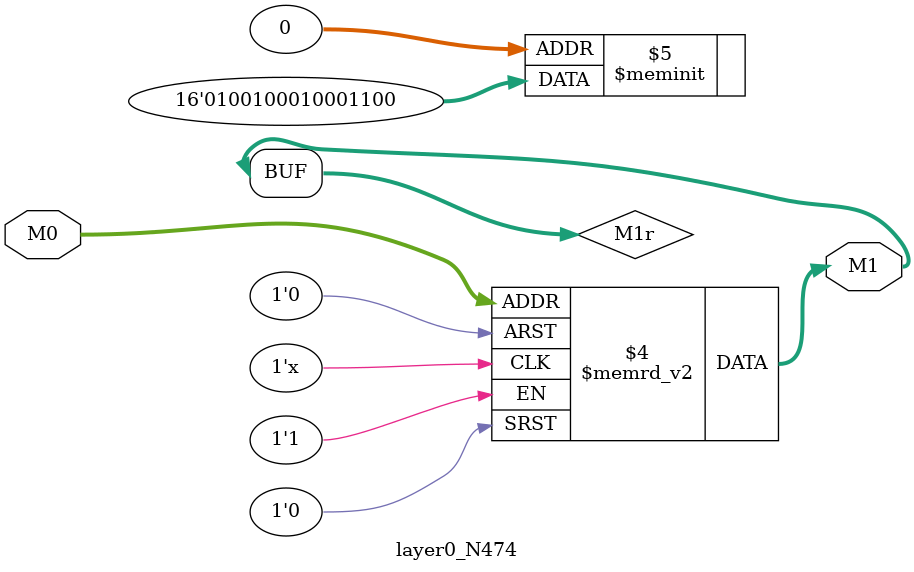
<source format=v>
module layer0_N474 ( input [2:0] M0, output [1:0] M1 );

	(*rom_style = "distributed" *) reg [1:0] M1r;
	assign M1 = M1r;
	always @ (M0) begin
		case (M0)
			3'b000: M1r = 2'b00;
			3'b100: M1r = 2'b00;
			3'b010: M1r = 2'b00;
			3'b110: M1r = 2'b00;
			3'b001: M1r = 2'b11;
			3'b101: M1r = 2'b10;
			3'b011: M1r = 2'b10;
			3'b111: M1r = 2'b01;

		endcase
	end
endmodule

</source>
